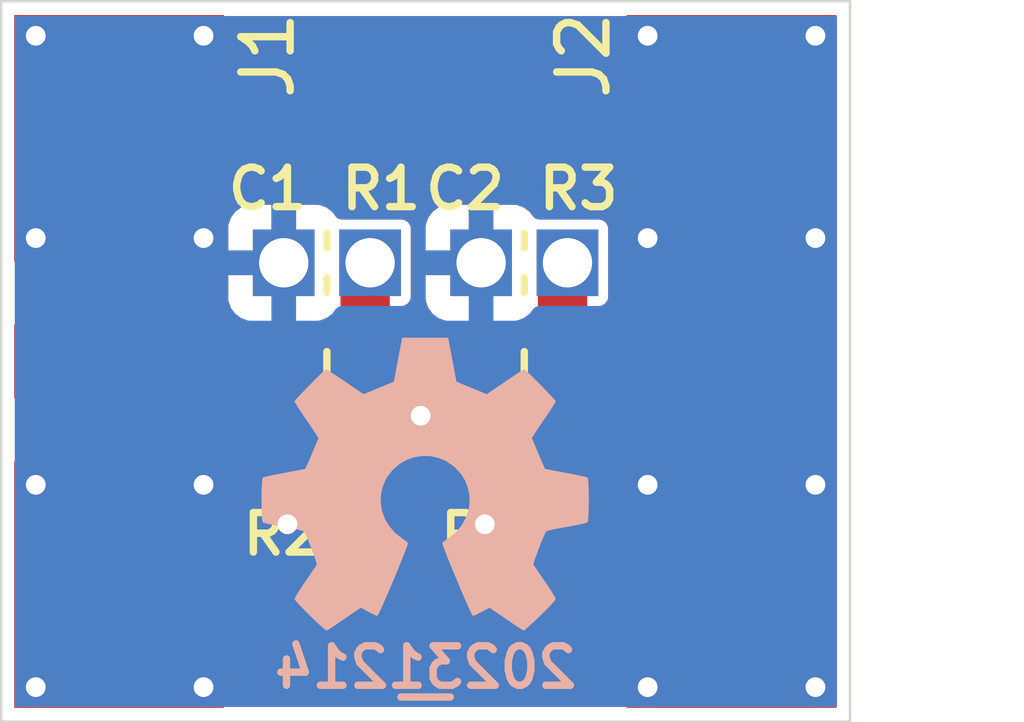
<source format=kicad_pcb>
(kicad_pcb (version 20221018) (generator pcbnew)
  (layers (0 "F.Cu" mixed) (31 "B.Cu" mixed) (34 "B.Paste" user) (35 "F.Paste" user) (36 "B.SilkS" user "B.Silkscreen") (37 "F.SilkS" user "F.Silkscreen") (38 "B.Mask" user) (39 "F.Mask" user) (44 "Edge.Cuts" user))
  (net 0 "")
  (net 1 "GND")
  (net 2 "Net-(C1-Pad2)")
  (net 3 "Net-(C2-Pad2)")
  (net 4 "Net-(J1-Pad1)")
  (footprint "SquantorResistor:R_0805+0603" (layer "F.Cu") (at 102.5 46.5)
    (fp_text reference "R4" (at -0.9 1.5) (layer "F.SilkS") (effects (font (size 0.8 0.8))))
    (fp_text value "R")
    (fp_line (start 0 -0.2) (end 0 0.2) (stroke (width 0.15)) (layer "F.SilkS"))
    (pad "1" smd roundrect (at -0.775 0) (size 1.05 1.3) (layers "F.Cu" "F.Paste" "F.Mask") (net 1 "GND"))
    (pad "2" smd roundrect (at 0.775 0) (size 1.05 1.3) (layers "F.Cu" "F.Paste" "F.Mask") (net 3 "Net-(C2-Pad2)"))
  )
  (footprint "SquantorResistor:R_0805+0603" (layer "F.Cu") (at 102.5 44.5)
    (fp_text reference "R3" (at 1.1 -3.5) (layer "F.SilkS") (effects (font (size 0.8 0.8))))
    (fp_text value "R")
    (fp_line (start 0 -0.2) (end 0 0.2) (stroke (width 0.15)) (layer "F.SilkS"))
    (pad "1" smd roundrect (at -0.775 0) (size 1.05 1.3) (layers "F.Cu" "F.Paste" "F.Mask") (net 2 "Net-(C1-Pad2)"))
    (pad "2" smd roundrect (at 0.775 0) (size 1.05 1.3) (layers "F.Cu" "F.Paste" "F.Mask") (net 3 "Net-(C2-Pad2)"))
  )
  (footprint "SquantorResistor:R_0805+0603" (layer "F.Cu") (at 98.5 44.5)
    (fp_text reference "R1" (at 1.1 -3.5) (layer "F.SilkS") (effects (font (size 0.8 0.8))))
    (fp_text value "R")
    (fp_line (start 0 -0.2) (end 0 0.2) (stroke (width 0.15)) (layer "F.SilkS"))
    (pad "1" smd roundrect (at -0.775 0) (size 1.05 1.3) (layers "F.Cu" "F.Paste" "F.Mask") (net 4 "Net-(J1-Pad1)"))
    (pad "2" smd roundrect (at 0.775 0) (size 1.05 1.3) (layers "F.Cu" "F.Paste" "F.Mask") (net 2 "Net-(C1-Pad2)"))
  )
  (footprint "SquantorCapacitor:C_0402+0603+0805+TH" (layer "F.Cu") (at 98.5 42.5)
    (fp_text reference "C1" (at -1.2 -1.5) (layer "F.SilkS") (effects (font (size 0.8 0.8))))
    (fp_text value "C")
    (fp_line (start 0 -0.6) (end 0 -0.3) (stroke (width 0.15)) (layer "F.SilkS"))
    (fp_line (start 0 0.6) (end 0 0.3) (stroke (width 0.15)) (layer "F.SilkS"))
    (pad "1" thru_hole rect (at -0.875 0) (size 1.25 1.35) (drill 1) (layers "*.Cu" "*.Mask") (net 1 "GND"))
    (pad "2" thru_hole rect (at 0.875 0) (size 1.25 1.35) (drill 1) (layers "*.Cu" "*.Mask") (net 2 "Net-(C1-Pad2)"))
  )
  (footprint "SquantorConnectors:coax_edge_1.5_center_5_side" (layer "F.Cu") (at 94.2875 44.5 90)
    (fp_text reference "J1" (at 6.2 3.0125 90) (layer "F.SilkS"))
    (fp_text value "Coax")
    (pad "1" smd rect (at 0 0 90) (size 1.5 4.25) (layers "F.Cu" "F.Paste" "F.Mask") (net 4 "Net-(J1-Pad1)"))
    (pad "2" smd rect (at -4.52 0 90) (size 5 4.25) (layers "F.Cu" "F.Paste" "F.Mask") (net 1 "GND"))
    (pad "2" smd rect (at 0 0.0125 90) (size 14 4.25) (layers "B.Cu" "B.Paste" "B.Mask") (net 1 "GND"))
    (pad "2" smd rect (at 4.52 0 90) (size 5 4.25) (layers "F.Cu" "F.Paste" "F.Mask") (net 1 "GND"))
  )
  (footprint "SquantorResistor:R_0805+0603" (layer "F.Cu") (at 98.5 46.5)
    (fp_text reference "R2" (at -0.9 1.5) (layer "F.SilkS") (effects (font (size 0.8 0.8))))
    (fp_text value "R")
    (fp_line (start 0 -0.2) (end 0 0.2) (stroke (width 0.15)) (layer "F.SilkS"))
    (pad "1" smd roundrect (at -0.775 0) (size 1.05 1.3) (layers "F.Cu" "F.Paste" "F.Mask") (net 1 "GND"))
    (pad "2" smd roundrect (at 0.775 0) (size 1.05 1.3) (layers "F.Cu" "F.Paste" "F.Mask") (net 2 "Net-(C1-Pad2)"))
  )
  (footprint "SquantorConnectors:coax_edge_1.5_center_5_side" (layer "F.Cu") (at 106.7 44.5 90)
    (fp_text reference "J2" (at 6.2 -3 90) (layer "F.SilkS"))
    (fp_text value "Coax")
    (pad "1" smd rect (at 0 0 90) (size 1.5 4.25) (layers "F.Cu" "F.Paste" "F.Mask") (net 3 "Net-(C2-Pad2)"))
    (pad "2" smd rect (at -4.52 0 90) (size 5 4.25) (layers "F.Cu" "F.Paste" "F.Mask") (net 1 "GND"))
    (pad "2" smd rect (at 0 0.0125 90) (size 14 4.25) (layers "B.Cu" "B.Paste" "B.Mask") (net 1 "GND"))
    (pad "2" smd rect (at 4.52 0 90) (size 5 4.25) (layers "F.Cu" "F.Paste" "F.Mask") (net 1 "GND"))
  )
  (footprint "SquantorCapacitor:C_0402+0603+0805+TH" (layer "F.Cu") (at 102.5 42.5)
    (fp_text reference "C2" (at -1.2 -1.5) (layer "F.SilkS") (effects (font (size 0.8 0.8))))
    (fp_text value "C")
    (fp_line (start 0 -0.6) (end 0 -0.3) (stroke (width 0.15)) (layer "F.SilkS"))
    (fp_line (start 0 0.6) (end 0 0.3) (stroke (width 0.15)) (layer "F.SilkS"))
    (pad "1" thru_hole rect (at -0.875 0) (size 1.25 1.35) (drill 1) (layers "*.Cu" "*.Mask") (net 1 "GND"))
    (pad "2" thru_hole rect (at 0.875 0) (size 1.25 1.35) (drill 1) (layers "*.Cu" "*.Mask") (net 3 "Net-(C2-Pad2)"))
  )
  (footprint "SquantorLabels:Label_Generic" (layer "B.Cu") (at 100.5 50.7 180)
    (fp_text reference "N1" hide)
    (fp_text value "20231214" (at 0 0) (layer "B.SilkS") (effects (font (size 0.8 0.8)) (justify mirror)))
    (fp_line (start -0.5 -0.6) (end 0.5 -0.6) (stroke (width 0.15)) (layer "B.SilkS"))
  )
  (footprint "Symbol:OSHW-Symbol_6.7x6mm_SilkScreen" (layer "B.Cu") (at 100.5 47 180)
    (fp_text reference "N2" hide)
    (fp_text value "OHWLOGO" hide)
    (fp_poly (pts (xy 0.555814 2.531069) (xy 0.639635 2.086445) (xy 0.94892 1.958947) (xy 1.258206 1.831449) (xy 1.629246 2.083754) (xy 1.733157 2.154004) (xy 1.827087 2.216728) (xy 1.906652 2.269062) (xy 1.96747 2.308143) (xy 2.005157 2.331107) (xy 2.015421 2.336058) (xy 2.03391 2.323324) (xy 2.07342 2.288118) (xy 2.129522 2.234938) (xy 2.197787 2.168282) (xy 2.273786 2.092646) (xy 2.353092 2.012528) (xy 2.431275 1.932426) (xy 2.503907 1.856836) (xy 2.566559 1.790255) (xy 2.614803 1.737182) (xy 2.64421 1.702113) (xy 2.651241 1.690377) (xy 2.641123 1.66874) (xy 2.612759 1.621338) (xy 2.569129 1.552807) (xy 2.513218 1.467785) (xy 2.448006 1.370907) (xy 2.410219 1.31565) (xy 2.341343 1.214752) (xy 2.28014 1.123701) (xy 2.229578 1.04703) (xy 2.192628 0.989272) (xy 2.172258 0.954957) (xy 2.169197 0.947746) (xy 2.176136 0.927252) (xy 2.195051 0.879487) (xy 2.223087 0.811168) (xy 2.257391 0.729011) (xy 2.295109 0.63973) (xy 2.333387 0.550042) (xy 2.36937 0.466662) (xy 2.400206 0.396306) (xy 2.423039 0.34569) (xy 2.435017 0.321529) (xy 2.435724 0.320578) (xy 2.454531 0.315964) (xy 2.504618 0.305672) (xy 2.580793 0.290713) (xy 2.677865 0.272099) (xy 2.790643 0.250841) (xy 2.856442 0.238582) (xy 2.97695 0.215638) (xy 3.085797 0.193805) (xy 3.177476 0.174278) (xy 3.246481 0.158252) (xy 3.287304 0.146921) (xy 3.295511 0.143326) (xy 3.303548 0.118994) (xy 3.310033 0.064041) (xy 3.31497 -0.015108) (xy 3.318364 -0.112026) (xy 3.320218 -0.220287) (xy 3.320538 -0.333465) (xy 3.319327 -0.445135) (xy 3.31659 -0.548868) (xy 3.312331 -0.638241) (xy 3.306555 -0.706826) (xy 3.299267 -0.748197) (xy 3.294895 -0.75681) (xy 3.268764 -0.767133) (xy 3.213393 -0.781892) (xy 3.136107 -0.799352) (xy 3.04423 -0.81778) (xy 3.012158 -0.823741) (xy 2.857524 -0.852066) (xy 2.735375 -0.874876) (xy 2.641673 -0.89308) (xy 2.572384 -0.907583) (xy 2.523471 -0.919292) (xy 2.490897 -0.929115) (xy 2.470628 -0.937956) (xy 2.458626 -0.946724) (xy 2.456947 -0.948457) (xy 2.440184 -0.976371) (xy 2.414614 -1.030695) (xy 2.382788 -1.104777) (xy 2.34726 -1.191965) (xy 2.310583 -1.285608) (xy 2.275311 -1.379052) (xy 2.243996 -1.465647) (xy 2.219193 -1.53874) (xy 2.203454 -1.591678) (xy 2.199332 -1.617811) (xy 2.199676 -1.618726) (xy 2.213641 -1.640086) (xy 2.245322 -1.687084) (xy 2.291391 -1.754827) (xy 2.348518 -1.838423) (xy 2.413373 -1.932982) (xy 2.431843 -1.959854) (xy 2.497699 -2.057275) (xy 2.55565 -2.146163) (xy 2.602538 -2.221412) (xy 2.635207 -2.27792) (xy 2.6505 -2.310581) (xy 2.651241 -2.314593) (xy 2.638392 -2.335684) (xy 2.602888 -2.377464) (xy 2.549293 -2.435445) (xy 2.482171 -2.505135) (xy 2.406087 -2.582045) (xy 2.325604 -2.661683) (xy 2.245287 -2.739561) (xy 2.169699 -2.811186) (xy 2.103405 -2.87207) (xy 2.050969 -2.917721) (xy 2.016955 -2.94365) (xy 2.007545 -2.947883) (xy 1.985643 -2.937912) (xy 1.9408 -2.91102) (xy 1.880321 -2.871736) (xy 1.833789 -2.840117) (xy 1.749475 -2.782098) (xy 1.649626 -2.713784) (xy 1.549473 -2.645579) (xy 1.495627 -2.609075) (xy 1.313371 -2.4858) (xy 1.160381 -2.56852) (xy 1.090682 -2.604759) (xy 1.031414 -2.632926) (xy 0.991311 -2.648991) (xy 0.981103 -2.651226) (xy 0.968829 -2.634722) (xy 0.944613 -2.588082) (xy 0.910263 -2.515609) (xy 0.867588 -2.421606) (xy 0.818394 -2.310374) (xy 0.76449 -2.186215) (xy 0.707684 -2.053432) (xy 0.649782 -1.916327) (xy 0.592593 -1.779202) (xy 0.537924 -1.646358) (xy 0.487584 -1.522098) (xy 0.44338 -1.410725) (xy 0.407119 -1.316539) (xy 0.380609 -1.243844) (xy 0.365658 -1.196941) (xy 0.363254 -1.180833) (xy 0.382311 -1.160286) (xy 0.424036 -1.126933) (xy 0.479706 -1.087702) (xy 0.484378 -1.084599) (xy 0.628264 -0.969423) (xy 0.744283 -0.835053) (xy 0.83143 -0.685784) (xy 0.888699 -0.525913) (xy 0.915086 -0.359737) (xy 0.909585 -0.191552) (xy 0.87119 -0.025655) (xy 0.798895 0.133658) (xy 0.777626 0.168513) (xy 0.666996 0.309263) (xy 0.536302 0.422286) (xy 0.390064 0.506997) (xy 0.232808 0.562806) (xy 0.069057 0.589126) (xy -0.096667 0.58537) (xy -0.259838 0.55095) (xy -0.415935 0.485277) (xy -0.560433 0.387765) (xy -0.605131 0.348187) (xy -0.718888 0.224297) (xy -0.801782 0.093876) (xy -0.858644 -0.052315) (xy -0.890313 -0.197088) (xy -0.898131 -0.35986) (xy -0.872062 -0.52344) (xy -0.814755 -0.682298) (xy -0.728856 -0.830906) (xy -0.617014 -0.963735) (xy -0.481877 -1.075256) (xy -0.464117 -1.087011) (xy -0.40785 -1.125508) (xy -0.365077 -1.158863) (xy -0.344628 -1.18016) (xy -0.344331 -1.180833) (xy -0.348721 -1.203871) (xy -0.366124 -1.256157) (xy -0.394732 -1.33339) (xy -0.432735 -1.431268) (xy -0.478326 -1.545491) (xy -0.529697 -1.671758) (xy -0.585038 -1.805767) (xy -0.642542 -1.943218) (xy -0.700399 -2.079808) (xy -0.756802 -2.211237) (xy -0.809942 -2.333205) (xy -0.85801 -2.441409) (xy -0.899199 -2.531549) (xy -0.931699 -2.599323) (xy -0.953703 -2.64043) (xy -0.962564 -2.651226) (xy -0.98964 -2.642819) (xy -1.040303 -2.620272) (xy -1.105817 -2.587613) (xy -1.141841 -2.56852) (xy -1.294832 -2.4858) (xy -1.477088 -2.609075) (xy -1.570125 -2.672228) (xy -1.671985 -2.741727) (xy -1.767438 -2.807165) (xy -1.81525 -2.840117) (xy -1.882495 -2.885273) (xy -1.939436 -2.921057) (xy -1.978646 -2.942938) (xy -1.991381 -2.947563) (xy -2.009917 -2.935085) (xy -2.050941 -2.900252) (xy -2.110475 -2.846678) (xy -2.184542 -2.777983) (xy -2.269165 -2.697781) (xy -2.322685 -2.646286) (xy -2.416319 -2.554286) (xy -2.497241 -2.471999) (xy -2.562177 -2.402945) (xy -2.607858 -2.350644) (xy -2.631011 -2.318616) (xy -2.633232 -2.312116) (xy -2.622924 -2.287394) (xy -2.594439 -2.237405) (xy -2.550937 -2.167212) (xy -2.495577 -2.081875) (xy -2.43152 -1.986456) (xy -2.413303 -1.959854) (xy -2.346927 -1.863167) (xy -2.287378 -1.776117) (xy -2.237984 -1.703595) (xy -2.202075 -1.650493) (xy -2.182981 -1.621703) (xy -2.181136 -1.618726) (xy -2.183895 -1.595782) (xy -2.198538 -1.545336) (xy -2.222513 -1.474041) (xy -2.253266 -1.388547) (xy -2.288244 -1.295507) (xy -2.324893 -1.201574) (xy -2.360661 -1.113399) (xy -2.392994 -1.037634) (xy -2.419338 -0.980931) (xy -2.437142 -0.949943) (xy -2.438407 -0.948457) (xy -2.449294 -0.939601) (xy -2.467682 -0.930843) (xy -2.497606 -0.921277) (xy -2.543103 -0.909996) (xy -2.608209 -0.896093) (xy -2.696961 -0.878663) (xy -2.813393 -0.856798) (xy -2.961542 -0.829591) (xy -2.993618 -0.823741) (xy -3.088686 -0.805374) (xy -3.171565 -0.787405) (xy -3.23493 -0.771569) (xy -3.271458 -0.7596) (xy -3.276356 -0.75681) (xy -3.284427 -0.732072) (xy -3.290987 -0.67679) (xy -3.296033 -0.597389) (xy -3.299559 -0.500296) (xy -3.301561 -0.391938) (xy -3.302036 -0.27874) (xy -3.300977 -0.167128) (xy -3.298382 -0.063529) (xy -3.294246 0.025632) (xy -3.288563 0.093928) (xy -3.281331 0.134934) (xy -3.276971 0.143326) (xy -3.252698 0.151792) (xy -3.197426 0.165565) (xy -3.116662 0.18345) (xy -3.015912 0.204252) (xy -2.900683 0.226777) (xy -2.837902 0.238582) (xy -2.718787 0.260849) (xy -2.612565 0.281021) (xy -2.524427 0.298085) (xy -2.459566 0.311031) (xy -2.423174 0.318845) (xy -2.417184 0.320578) (xy -2.407061 0.34011) (xy -2.385662 0.387157) (xy -2.355839 0.454997) (xy -2.320445 0.536909) (xy -2.282332 0.626172) (xy -2.244353 0.716065) (xy -2.20936 0.799865) (xy -2.180206 0.870853) (xy -2.159743 0.922306) (xy -2.150823 0.947503) (xy -2.150657 0.948604) (xy -2.160769 0.968481) (xy -2.189117 1.014223) (xy -2.232723 1.081283) (xy -2.288606 1.165116) (xy -2.353787 1.261174) (xy -2.391679 1.31635) (xy -2.460725 1.417519) (xy -2.52205 1.50937) (xy -2.572663 1.587256) (xy -2.609571 1.646531) (xy -2.629782 1.682549) (xy -2.632701 1.690623) (xy -2.620153 1.709416) (xy -2.585463 1.749543) (xy -2.533063 1.806507) (xy -2.467384 1.875815) (xy -2.392856 1.952969) (xy -2.313913 2.033475) (xy -2.234983 2.112837) (xy -2.1605 2.18656) (xy -2.094894 2.250148) (xy -2.042596 2.299106) (xy -2.008039 2.328939) (xy -1.996478 2.336058) (xy -1.977654 2.326047) (xy -1.932631 2.297922) (xy -1.865787 2.254546) (xy -1.781499 2.198782) (xy -1.684144 2.133494) (xy -1.610707 2.083754) (xy -1.239667 1.831449) (xy -0.621095 2.086445) (xy -0.537275 2.531069) (xy -0.453454 2.975693) (xy 0.471994 2.975693) (xy 0.555814 2.531069)) (stroke (width 0.01)) (fill solid) (layer "B.SilkS"))
  )
  (gr_line (start 91.9 37.2) (end 109.1 37.2) (stroke (width 0.05)) (layer "Edge.Cuts"))
  (gr_line (start 109.1 51.8) (end 91.9 51.8) (stroke (width 0.05)) (layer "Edge.Cuts"))
  (gr_line (start 109.1 37.2) (end 109.1 51.8) (stroke (width 0.05)) (layer "Edge.Cuts"))
  (gr_line (start 91.9 51.8) (end 91.9 37.2) (stroke (width 0.05)) (layer "Edge.Cuts"))
  (via (at 105 42) (size 0.8) (drill 0.4) (layers "F.Cu" "B.Cu") (net 1))
  (via (at 108.4 47) (size 0.8) (drill 0.4) (layers "F.Cu" "B.Cu") (net 1))
  (via (at 105 37.9) (size 0.8) (drill 0.4) (layers "F.Cu" "B.Cu") (net 1))
  (via (at 92.6 42) (size 0.8) (drill 0.4) (layers "F.Cu" "B.Cu") (net 1))
  (via (at 108.4 42) (size 0.8) (drill 0.4) (layers "F.Cu" "B.Cu") (net 1))
  (via (at 96 42) (size 0.8) (drill 0.4) (layers "F.Cu" "B.Cu") (net 1))
  (via (at 108.4 51.1) (size 0.8) (drill 0.4) (layers "F.Cu" "B.Cu") (net 1))
  (via (at 96 47) (size 0.8) (drill 0.4) (layers "F.Cu" "B.Cu") (net 1))
  (via (at 105 51.1) (size 0.8) (drill 0.4) (layers "F.Cu" "B.Cu") (net 1))
  (via (at 96 51.1) (size 0.8) (drill 0.4) (layers "F.Cu" "B.Cu") (net 1))
  (via (at 101.7 47.8) (size 0.8) (drill 0.4) (layers "F.Cu" "B.Cu") (net 1))
  (via (at 92.6 47) (size 0.8) (drill 0.4) (layers "F.Cu" "B.Cu") (net 1))
  (via (at 108.4 37.9) (size 0.8) (drill 0.4) (layers "F.Cu" "B.Cu") (net 1))
  (via (at 96 37.9) (size 0.8) (drill 0.4) (layers "F.Cu" "B.Cu") (net 1))
  (via (at 97.7 47.8) (size 0.8) (drill 0.4) (layers "F.Cu" "B.Cu") (net 1))
  (via (at 100.4 45.6) (size 0.8) (drill 0.4) (layers "F.Cu" "B.Cu") (net 1))
  (via (at 92.6 37.9) (size 0.8) (drill 0.4) (layers "F.Cu" "B.Cu") (net 1))
  (via (at 105 47) (size 0.8) (drill 0.4) (layers "F.Cu" "B.Cu") (net 1))
  (via (at 92.6 51.1) (size 0.8) (drill 0.4) (layers "F.Cu" "B.Cu") (net 1))
  (segment (start 99.275 44.5) (end 99.275 46.5) (width 1) (layer "F.Cu") (net 2))
  (segment (start 99.275 44.5) (end 99.275 42.6) (width 1) (layer "F.Cu") (net 2))
  (segment (start 99.275 42.6) (end 99.375 42.5) (width 1) (layer "F.Cu") (net 2))
  (segment (start 99.275 44.5) (end 101.725 44.5) (width 1) (layer "F.Cu") (net 2))
  (segment (start 103.275 44.5) (end 106.7 44.5) (width 1) (layer "F.Cu") (net 3))
  (segment (start 103.275 44.5) (end 103.275 42.6) (width 1) (layer "F.Cu") (net 3))
  (segment (start 103.275 42.6) (end 103.375 42.5) (width 1) (layer "F.Cu") (net 3))
  (segment (start 103.275 46.5) (end 103.275 44.5) (width 1) (layer "F.Cu") (net 3))
  (segment (start 94.2875 44.5) (end 97.725 44.5) (width 1) (layer "F.Cu") (net 4))
  (zone (net 1) (net_name "GND") (layers "F&B.Cu") (connect_pads (clearance 0.2)) (min_thickness 0.3) (fill yes (thermal_gap 0.5) (thermal_bridge_width 0.5))
    (polygon (pts (xy 91.9 37.2) (xy 109.1 37.2) (xy 109.1 51.8) (xy 91.9 51.8)))
  )
)
</source>
